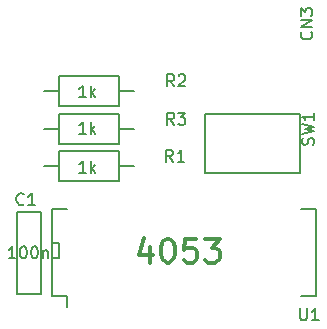
<source format=gto>
G04 #@! TF.FileFunction,Legend,Top*
%FSLAX46Y46*%
G04 Gerber Fmt 4.6, Leading zero omitted, Abs format (unit mm)*
G04 Created by KiCad (PCBNEW 4.0.5) date 12/24/17 14:42:58*
%MOMM*%
%LPD*%
G01*
G04 APERTURE LIST*
%ADD10C,0.100000*%
%ADD11C,0.200000*%
%ADD12C,0.150000*%
%ADD13C,0.300000*%
G04 APERTURE END LIST*
D10*
D11*
X114808000Y-106172000D02*
X114300000Y-106172000D01*
X114808000Y-104902000D02*
X114808000Y-106172000D01*
X114300000Y-104902000D02*
X114808000Y-104902000D01*
D12*
X114808000Y-90805000D02*
X119888000Y-90805000D01*
X119888000Y-90805000D02*
X119888000Y-93345000D01*
X119888000Y-93345000D02*
X114808000Y-93345000D01*
X114808000Y-93345000D02*
X114808000Y-90805000D01*
X114808000Y-92075000D02*
X113538000Y-92075000D01*
X119888000Y-92075000D02*
X121158000Y-92075000D01*
X113268000Y-102251000D02*
X113268000Y-109251000D01*
X113268000Y-109251000D02*
X111268000Y-109251000D01*
X111268000Y-109251000D02*
X111268000Y-102251000D01*
X111268000Y-102251000D02*
X113268000Y-102251000D01*
X114808000Y-97155000D02*
X119888000Y-97155000D01*
X119888000Y-97155000D02*
X119888000Y-99695000D01*
X119888000Y-99695000D02*
X114808000Y-99695000D01*
X114808000Y-99695000D02*
X114808000Y-97155000D01*
X114808000Y-98425000D02*
X113538000Y-98425000D01*
X119888000Y-98425000D02*
X121158000Y-98425000D01*
X114808000Y-93980000D02*
X119888000Y-93980000D01*
X119888000Y-93980000D02*
X119888000Y-96520000D01*
X119888000Y-96520000D02*
X114808000Y-96520000D01*
X114808000Y-96520000D02*
X114808000Y-93980000D01*
X114808000Y-95250000D02*
X113538000Y-95250000D01*
X119888000Y-95250000D02*
X121158000Y-95250000D01*
X114245000Y-109365000D02*
X115515000Y-109365000D01*
X114245000Y-102015000D02*
X115515000Y-102015000D01*
X136615000Y-102015000D02*
X135345000Y-102015000D01*
X136615000Y-109365000D02*
X135345000Y-109365000D01*
X114245000Y-109365000D02*
X114245000Y-102015000D01*
X136615000Y-109365000D02*
X136615000Y-102015000D01*
X115515000Y-109365000D02*
X115515000Y-110300000D01*
X127141000Y-99020000D02*
X135241000Y-99020000D01*
X127141000Y-94020000D02*
X135241000Y-94020000D01*
X127141000Y-94020000D02*
X127141000Y-99020000D01*
X135241000Y-94020000D02*
X135241000Y-99020000D01*
X124561334Y-91640381D02*
X124228000Y-91164190D01*
X123989905Y-91640381D02*
X123989905Y-90640381D01*
X124370858Y-90640381D01*
X124466096Y-90688000D01*
X124513715Y-90735619D01*
X124561334Y-90830857D01*
X124561334Y-90973714D01*
X124513715Y-91068952D01*
X124466096Y-91116571D01*
X124370858Y-91164190D01*
X123989905Y-91164190D01*
X124942286Y-90735619D02*
X124989905Y-90688000D01*
X125085143Y-90640381D01*
X125323239Y-90640381D01*
X125418477Y-90688000D01*
X125466096Y-90735619D01*
X125513715Y-90830857D01*
X125513715Y-90926095D01*
X125466096Y-91068952D01*
X124894667Y-91640381D01*
X125513715Y-91640381D01*
X117098953Y-92577381D02*
X116527524Y-92577381D01*
X116813238Y-92577381D02*
X116813238Y-91577381D01*
X116718000Y-91720238D01*
X116622762Y-91815476D01*
X116527524Y-91863095D01*
X117527524Y-92577381D02*
X117527524Y-91577381D01*
X117622762Y-92196429D02*
X117908477Y-92577381D01*
X117908477Y-91910714D02*
X117527524Y-92291667D01*
X111833334Y-101607143D02*
X111785715Y-101654762D01*
X111642858Y-101702381D01*
X111547620Y-101702381D01*
X111404762Y-101654762D01*
X111309524Y-101559524D01*
X111261905Y-101464286D01*
X111214286Y-101273810D01*
X111214286Y-101130952D01*
X111261905Y-100940476D01*
X111309524Y-100845238D01*
X111404762Y-100750000D01*
X111547620Y-100702381D01*
X111642858Y-100702381D01*
X111785715Y-100750000D01*
X111833334Y-100797619D01*
X112785715Y-101702381D02*
X112214286Y-101702381D01*
X112500000Y-101702381D02*
X112500000Y-100702381D01*
X112404762Y-100845238D01*
X112309524Y-100940476D01*
X112214286Y-100988095D01*
X111130953Y-106203381D02*
X110559524Y-106203381D01*
X110845238Y-106203381D02*
X110845238Y-105203381D01*
X110750000Y-105346238D01*
X110654762Y-105441476D01*
X110559524Y-105489095D01*
X111750000Y-105203381D02*
X111845239Y-105203381D01*
X111940477Y-105251000D01*
X111988096Y-105298619D01*
X112035715Y-105393857D01*
X112083334Y-105584333D01*
X112083334Y-105822429D01*
X112035715Y-106012905D01*
X111988096Y-106108143D01*
X111940477Y-106155762D01*
X111845239Y-106203381D01*
X111750000Y-106203381D01*
X111654762Y-106155762D01*
X111607143Y-106108143D01*
X111559524Y-106012905D01*
X111511905Y-105822429D01*
X111511905Y-105584333D01*
X111559524Y-105393857D01*
X111607143Y-105298619D01*
X111654762Y-105251000D01*
X111750000Y-105203381D01*
X112702381Y-105203381D02*
X112797620Y-105203381D01*
X112892858Y-105251000D01*
X112940477Y-105298619D01*
X112988096Y-105393857D01*
X113035715Y-105584333D01*
X113035715Y-105822429D01*
X112988096Y-106012905D01*
X112940477Y-106108143D01*
X112892858Y-106155762D01*
X112797620Y-106203381D01*
X112702381Y-106203381D01*
X112607143Y-106155762D01*
X112559524Y-106108143D01*
X112511905Y-106012905D01*
X112464286Y-105822429D01*
X112464286Y-105584333D01*
X112511905Y-105393857D01*
X112559524Y-105298619D01*
X112607143Y-105251000D01*
X112702381Y-105203381D01*
X113464286Y-105536714D02*
X113464286Y-106203381D01*
X113464286Y-105631952D02*
X113511905Y-105584333D01*
X113607143Y-105536714D01*
X113750001Y-105536714D01*
X113845239Y-105584333D01*
X113892858Y-105679571D01*
X113892858Y-106203381D01*
X124471334Y-98013381D02*
X124138000Y-97537190D01*
X123899905Y-98013381D02*
X123899905Y-97013381D01*
X124280858Y-97013381D01*
X124376096Y-97061000D01*
X124423715Y-97108619D01*
X124471334Y-97203857D01*
X124471334Y-97346714D01*
X124423715Y-97441952D01*
X124376096Y-97489571D01*
X124280858Y-97537190D01*
X123899905Y-97537190D01*
X125423715Y-98013381D02*
X124852286Y-98013381D01*
X125138000Y-98013381D02*
X125138000Y-97013381D01*
X125042762Y-97156238D01*
X124947524Y-97251476D01*
X124852286Y-97299095D01*
X117098953Y-98977381D02*
X116527524Y-98977381D01*
X116813238Y-98977381D02*
X116813238Y-97977381D01*
X116718000Y-98120238D01*
X116622762Y-98215476D01*
X116527524Y-98263095D01*
X117527524Y-98977381D02*
X117527524Y-97977381D01*
X117622762Y-98596429D02*
X117908477Y-98977381D01*
X117908477Y-98310714D02*
X117527524Y-98691667D01*
X124561334Y-94890381D02*
X124228000Y-94414190D01*
X123989905Y-94890381D02*
X123989905Y-93890381D01*
X124370858Y-93890381D01*
X124466096Y-93938000D01*
X124513715Y-93985619D01*
X124561334Y-94080857D01*
X124561334Y-94223714D01*
X124513715Y-94318952D01*
X124466096Y-94366571D01*
X124370858Y-94414190D01*
X123989905Y-94414190D01*
X124894667Y-93890381D02*
X125513715Y-93890381D01*
X125180381Y-94271333D01*
X125323239Y-94271333D01*
X125418477Y-94318952D01*
X125466096Y-94366571D01*
X125513715Y-94461810D01*
X125513715Y-94699905D01*
X125466096Y-94795143D01*
X125418477Y-94842762D01*
X125323239Y-94890381D01*
X125037524Y-94890381D01*
X124942286Y-94842762D01*
X124894667Y-94795143D01*
X117098953Y-95652381D02*
X116527524Y-95652381D01*
X116813238Y-95652381D02*
X116813238Y-94652381D01*
X116718000Y-94795238D01*
X116622762Y-94890476D01*
X116527524Y-94938095D01*
X117527524Y-95652381D02*
X117527524Y-94652381D01*
X117622762Y-95271429D02*
X117908477Y-95652381D01*
X117908477Y-94985714D02*
X117527524Y-95366667D01*
X135238095Y-110452381D02*
X135238095Y-111261905D01*
X135285714Y-111357143D01*
X135333333Y-111404762D01*
X135428571Y-111452381D01*
X135619048Y-111452381D01*
X135714286Y-111404762D01*
X135761905Y-111357143D01*
X135809524Y-111261905D01*
X135809524Y-110452381D01*
X136809524Y-111452381D02*
X136238095Y-111452381D01*
X136523809Y-111452381D02*
X136523809Y-110452381D01*
X136428571Y-110595238D01*
X136333333Y-110690476D01*
X136238095Y-110738095D01*
D13*
X122523809Y-105235429D02*
X122523809Y-106568762D01*
X122047619Y-104473524D02*
X121571428Y-105902095D01*
X122809524Y-105902095D01*
X123952381Y-104568762D02*
X124142857Y-104568762D01*
X124333333Y-104664000D01*
X124428571Y-104759238D01*
X124523809Y-104949714D01*
X124619048Y-105330667D01*
X124619048Y-105806857D01*
X124523809Y-106187810D01*
X124428571Y-106378286D01*
X124333333Y-106473524D01*
X124142857Y-106568762D01*
X123952381Y-106568762D01*
X123761905Y-106473524D01*
X123666667Y-106378286D01*
X123571428Y-106187810D01*
X123476190Y-105806857D01*
X123476190Y-105330667D01*
X123571428Y-104949714D01*
X123666667Y-104759238D01*
X123761905Y-104664000D01*
X123952381Y-104568762D01*
X126428571Y-104568762D02*
X125476190Y-104568762D01*
X125380952Y-105521143D01*
X125476190Y-105425905D01*
X125666667Y-105330667D01*
X126142857Y-105330667D01*
X126333333Y-105425905D01*
X126428571Y-105521143D01*
X126523810Y-105711619D01*
X126523810Y-106187810D01*
X126428571Y-106378286D01*
X126333333Y-106473524D01*
X126142857Y-106568762D01*
X125666667Y-106568762D01*
X125476190Y-106473524D01*
X125380952Y-106378286D01*
X127190476Y-104568762D02*
X128428572Y-104568762D01*
X127761905Y-105330667D01*
X128047619Y-105330667D01*
X128238095Y-105425905D01*
X128333333Y-105521143D01*
X128428572Y-105711619D01*
X128428572Y-106187810D01*
X128333333Y-106378286D01*
X128238095Y-106473524D01*
X128047619Y-106568762D01*
X127476191Y-106568762D01*
X127285714Y-106473524D01*
X127190476Y-106378286D01*
D12*
X136183643Y-87050476D02*
X136231262Y-87098095D01*
X136278881Y-87240952D01*
X136278881Y-87336190D01*
X136231262Y-87479048D01*
X136136024Y-87574286D01*
X136040786Y-87621905D01*
X135850310Y-87669524D01*
X135707452Y-87669524D01*
X135516976Y-87621905D01*
X135421738Y-87574286D01*
X135326500Y-87479048D01*
X135278881Y-87336190D01*
X135278881Y-87240952D01*
X135326500Y-87098095D01*
X135374119Y-87050476D01*
X136278881Y-86621905D02*
X135278881Y-86621905D01*
X136278881Y-86050476D01*
X135278881Y-86050476D01*
X135278881Y-85669524D02*
X135278881Y-85050476D01*
X135659833Y-85383810D01*
X135659833Y-85240952D01*
X135707452Y-85145714D01*
X135755071Y-85098095D01*
X135850310Y-85050476D01*
X136088405Y-85050476D01*
X136183643Y-85098095D01*
X136231262Y-85145714D01*
X136278881Y-85240952D01*
X136278881Y-85526667D01*
X136231262Y-85621905D01*
X136183643Y-85669524D01*
X136345762Y-96603333D02*
X136393381Y-96460476D01*
X136393381Y-96222380D01*
X136345762Y-96127142D01*
X136298143Y-96079523D01*
X136202905Y-96031904D01*
X136107667Y-96031904D01*
X136012429Y-96079523D01*
X135964810Y-96127142D01*
X135917190Y-96222380D01*
X135869571Y-96412857D01*
X135821952Y-96508095D01*
X135774333Y-96555714D01*
X135679095Y-96603333D01*
X135583857Y-96603333D01*
X135488619Y-96555714D01*
X135441000Y-96508095D01*
X135393381Y-96412857D01*
X135393381Y-96174761D01*
X135441000Y-96031904D01*
X135393381Y-95698571D02*
X136393381Y-95460476D01*
X135679095Y-95269999D01*
X136393381Y-95079523D01*
X135393381Y-94841428D01*
X136393381Y-93936666D02*
X136393381Y-94508095D01*
X136393381Y-94222381D02*
X135393381Y-94222381D01*
X135536238Y-94317619D01*
X135631476Y-94412857D01*
X135679095Y-94508095D01*
M02*

</source>
